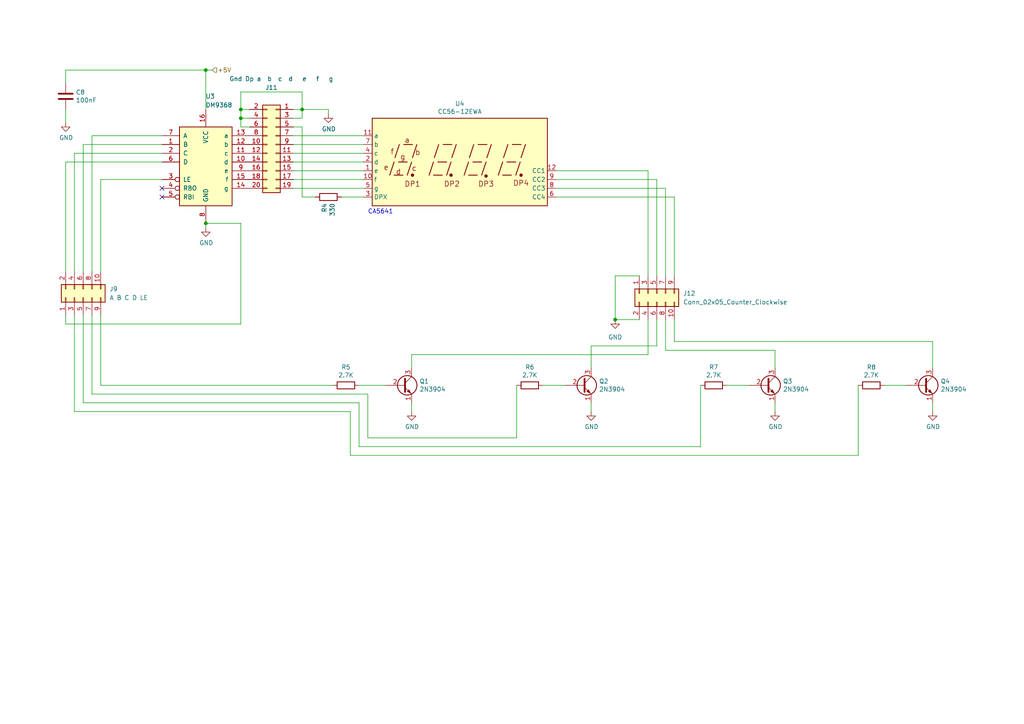
<source format=kicad_sch>
(kicad_sch (version 20211123) (generator eeschema)
  (paper "A4")
  (lib_symbols
    (symbol "Connector_Generic:Conn_02x05_Odd_Even" (pin_names (offset 1.016) hide)
      (property "Reference" "J" (at 1.27 7.62 0))
      (property "Value" "Conn_02x05_Odd_Even" (at 1.27 -7.62 0))
      (symbol "Conn_02x05_Odd_Even_1_1"
        (rectangle (start -1.27 -4.953) (end 0 -5.207) (stroke (width 0.1524)))
        (rectangle (start -1.27 -2.413) (end 0 -2.667) (stroke (width 0.1524)))
        (rectangle (start -1.27 0.127) (end 0 -0.127) (stroke (width 0.1524)))
        (rectangle (start -1.27 2.667) (end 0 2.413) (stroke (width 0.1524)))
        (rectangle (start -1.27 5.207) (end 0 4.953) (stroke (width 0.1524)))
        (rectangle (start -1.27 6.35) (end 3.81 -6.35) (stroke (width 0.254)) (fill (type background)))
        (rectangle (start 3.81 -4.953) (end 2.54 -5.207) (stroke (width 0.1524)))
        (rectangle (start 3.81 -2.413) (end 2.54 -2.667) (stroke (width 0.1524)))
        (rectangle (start 3.81 0.127) (end 2.54 -0.127) (stroke (width 0.1524)))
        (rectangle (start 3.81 2.667) (end 2.54 2.413) (stroke (width 0.1524)))
        (rectangle (start 3.81 5.207) (end 2.54 4.953) (stroke (width 0.1524)))
        (pin passive line (at -5.08 5.08 0) (length 3.81) (name "Pin_1") (number "1"))
        (pin passive line (at 7.62 -5.08 180) (length 3.81) (name "Pin_10") (number "10"))
        (pin passive line (at 7.62 5.08 180) (length 3.81) (name "Pin_2") (number "2"))
        (pin passive line (at -5.08 2.54 0) (length 3.81) (name "Pin_3") (number "3"))
        (pin passive line (at 7.62 2.54 180) (length 3.81) (name "Pin_4") (number "4"))
        (pin passive line (at -5.08 0 0) (length 3.81) (name "Pin_5") (number "5"))
        (pin passive line (at 7.62 0 180) (length 3.81) (name "Pin_6") (number "6"))
        (pin passive line (at -5.08 -2.54 0) (length 3.81) (name "Pin_7") (number "7"))
        (pin passive line (at 7.62 -2.54 180) (length 3.81) (name "Pin_8") (number "8"))
        (pin passive line (at -5.08 -5.08 0) (length 3.81) (name "Pin_9") (number "9"))
      )
    )
    (symbol "Connector_Generic:Conn_02x10_Odd_Even" (pin_names (offset 1.016) hide)
      (property "Reference" "J" (at 1.27 12.7 0))
      (property "Value" "Conn_02x10_Odd_Even" (at 1.27 -15.24 0))
      (symbol "Conn_02x10_Odd_Even_1_1"
        (rectangle (start -1.27 -12.573) (end 0 -12.827) (stroke (width 0.1524)))
        (rectangle (start -1.27 -10.033) (end 0 -10.287) (stroke (width 0.1524)))
        (rectangle (start -1.27 -7.493) (end 0 -7.747) (stroke (width 0.1524)))
        (rectangle (start -1.27 -4.953) (end 0 -5.207) (stroke (width 0.1524)))
        (rectangle (start -1.27 -2.413) (end 0 -2.667) (stroke (width 0.1524)))
        (rectangle (start -1.27 0.127) (end 0 -0.127) (stroke (width 0.1524)))
        (rectangle (start -1.27 2.667) (end 0 2.413) (stroke (width 0.1524)))
        (rectangle (start -1.27 5.207) (end 0 4.953) (stroke (width 0.1524)))
        (rectangle (start -1.27 7.747) (end 0 7.493) (stroke (width 0.1524)))
        (rectangle (start -1.27 10.287) (end 0 10.033) (stroke (width 0.1524)))
        (rectangle (start -1.27 11.43) (end 3.81 -13.97) (stroke (width 0.254)) (fill (type background)))
        (rectangle (start 3.81 -12.573) (end 2.54 -12.827) (stroke (width 0.1524)))
        (rectangle (start 3.81 -10.033) (end 2.54 -10.287) (stroke (width 0.1524)))
        (rectangle (start 3.81 -7.493) (end 2.54 -7.747) (stroke (width 0.1524)))
        (rectangle (start 3.81 -4.953) (end 2.54 -5.207) (stroke (width 0.1524)))
        (rectangle (start 3.81 -2.413) (end 2.54 -2.667) (stroke (width 0.1524)))
        (rectangle (start 3.81 0.127) (end 2.54 -0.127) (stroke (width 0.1524)))
        (rectangle (start 3.81 2.667) (end 2.54 2.413) (stroke (width 0.1524)))
        (rectangle (start 3.81 5.207) (end 2.54 4.953) (stroke (width 0.1524)))
        (rectangle (start 3.81 7.747) (end 2.54 7.493) (stroke (width 0.1524)))
        (rectangle (start 3.81 10.287) (end 2.54 10.033) (stroke (width 0.1524)))
        (pin passive line (at -5.08 10.16 0) (length 3.81) (name "Pin_1") (number "1"))
        (pin passive line (at 7.62 0 180) (length 3.81) (name "Pin_10") (number "10"))
        (pin passive line (at -5.08 -2.54 0) (length 3.81) (name "Pin_11") (number "11"))
        (pin passive line (at 7.62 -2.54 180) (length 3.81) (name "Pin_12") (number "12"))
        (pin passive line (at -5.08 -5.08 0) (length 3.81) (name "Pin_13") (number "13"))
        (pin passive line (at 7.62 -5.08 180) (length 3.81) (name "Pin_14") (number "14"))
        (pin passive line (at -5.08 -7.62 0) (length 3.81) (name "Pin_15") (number "15"))
        (pin passive line (at 7.62 -7.62 180) (length 3.81) (name "Pin_16") (number "16"))
        (pin passive line (at -5.08 -10.16 0) (length 3.81) (name "Pin_17") (number "17"))
        (pin passive line (at 7.62 -10.16 180) (length 3.81) (name "Pin_18") (number "18"))
        (pin passive line (at -5.08 -12.7 0) (length 3.81) (name "Pin_19") (number "19"))
        (pin passive line (at 7.62 10.16 180) (length 3.81) (name "Pin_2") (number "2"))
        (pin passive line (at 7.62 -12.7 180) (length 3.81) (name "Pin_20") (number "20"))
        (pin passive line (at -5.08 7.62 0) (length 3.81) (name "Pin_3") (number "3"))
        (pin passive line (at 7.62 7.62 180) (length 3.81) (name "Pin_4") (number "4"))
        (pin passive line (at -5.08 5.08 0) (length 3.81) (name "Pin_5") (number "5"))
        (pin passive line (at 7.62 5.08 180) (length 3.81) (name "Pin_6") (number "6"))
        (pin passive line (at -5.08 2.54 0) (length 3.81) (name "Pin_7") (number "7"))
        (pin passive line (at 7.62 2.54 180) (length 3.81) (name "Pin_8") (number "8"))
        (pin passive line (at -5.08 0 0) (length 3.81) (name "Pin_9") (number "9"))
      )
    )
    (symbol "Device:C" (pin_numbers hide) (pin_names (offset 0.254))
      (property "Reference" "C" (at 0.635 2.54 0))
      (property "Value" "C" (at 0.635 -2.54 0))
      (symbol "C_0_1"
        (polyline (pts (xy -2.032 -0.762) (xy 2.032 -0.762)) (stroke (width 0.508)))
        (polyline (pts (xy -2.032 0.762) (xy 2.032 0.762)) (stroke (width 0.508)))
      )
      (symbol "C_1_1"
        (pin passive line (at 0 3.81 270) (length 2.794) (name "~") (number "1"))
        (pin passive line (at 0 -3.81 90) (length 2.794) (name "~") (number "2"))
      )
    )
    (symbol "Device:R" (pin_numbers hide) (pin_names (offset 0))
      (property "Reference" "R" (at 2.032 0 90))
      (property "Value" "R" (at 0 0 90))
      (symbol "R_0_1"
        (rectangle (start -1.016 -2.54) (end 1.016 2.54) (stroke (width 0.254)))
      )
      (symbol "R_1_1"
        (pin passive line (at 0 3.81 270) (length 1.27) (name "~") (number "1"))
        (pin passive line (at 0 -3.81 90) (length 1.27) (name "~") (number "2"))
      )
    )
    (symbol "Display_Character:CC56-12EWA"
      (property "Reference" "U" (at -24.13 13.97 0))
      (property "Value" "CC56-12EWA" (at 19.05 13.97 0))
      (symbol "CC56-12EWA_0_0"
        (rectangle (start -25.4 12.7) (end 25.4 -12.7) (stroke (width 0.254)) (fill (type background)))
        (polyline (pts (xy -20.32 -3.81) (xy -19.05 0)) (stroke (width 0.254)))
        (polyline (pts (xy -19.05 -3.81) (xy -16.51 -3.81)) (stroke (width 0.254)))
        (polyline (pts (xy -18.796 1.27) (xy -17.526 5.08)) (stroke (width 0.254)))
        (polyline (pts (xy -17.78 0) (xy -15.24 0)) (stroke (width 0.254)))
        (polyline (pts (xy -16.256 5.08) (xy -13.716 5.08)) (stroke (width 0.254)))
        (polyline (pts (xy -15.24 -3.81) (xy -13.97 0)) (stroke (width 0.254)))
        (polyline (pts (xy -13.716 1.27) (xy -12.446 5.08)) (stroke (width 0.254)))
        (polyline (pts (xy -8.89 -3.81) (xy -7.62 0)) (stroke (width 0.254)))
        (polyline (pts (xy -7.62 -3.81) (xy -5.08 -3.81)) (stroke (width 0.254)))
        (polyline (pts (xy -7.366 1.27) (xy -6.096 5.08)) (stroke (width 0.254)))
        (polyline (pts (xy -6.35 0) (xy -3.81 0)) (stroke (width 0.254)))
        (polyline (pts (xy -4.826 5.08) (xy -2.286 5.08)) (stroke (width 0.254)))
        (polyline (pts (xy -3.81 -3.81) (xy -2.54 0)) (stroke (width 0.254)))
        (polyline (pts (xy -2.286 1.27) (xy -1.016 5.08)) (stroke (width 0.254)))
        (polyline (pts (xy 1.27 -3.81) (xy 2.54 0)) (stroke (width 0.254)))
        (polyline (pts (xy 2.54 -3.81) (xy 5.08 -3.81)) (stroke (width 0.254)))
        (polyline (pts (xy 2.794 1.27) (xy 4.064 5.08)) (stroke (width 0.254)))
        (polyline (pts (xy 3.81 0) (xy 6.35 0)) (stroke (width 0.254)))
        (polyline (pts (xy 5.334 5.08) (xy 7.874 5.08)) (stroke (width 0.254)))
        (polyline (pts (xy 6.35 -3.81) (xy 7.62 0)) (stroke (width 0.254)))
        (polyline (pts (xy 7.874 1.27) (xy 9.144 5.08)) (stroke (width 0.254)))
        (polyline (pts (xy 11.176 -3.81) (xy 12.446 0)) (stroke (width 0.254)))
        (polyline (pts (xy 12.446 -3.81) (xy 14.986 -3.81)) (stroke (width 0.254)))
        (polyline (pts (xy 12.7 1.27) (xy 13.97 5.08)) (stroke (width 0.254)))
        (polyline (pts (xy 13.716 0) (xy 16.256 0)) (stroke (width 0.254)))
        (polyline (pts (xy 15.24 5.08) (xy 17.78 5.08)) (stroke (width 0.254)))
        (polyline (pts (xy 16.256 -3.81) (xy 17.526 0)) (stroke (width 0.254)))
        (polyline (pts (xy 17.78 1.27) (xy 19.05 5.08)) (stroke (width 0.254)))
        (text "a" (at -15.24 6.35 0) (effects (font (size 1.524 1.524))))
        (text "b" (at -12.192 2.794 0) (effects (font (size 1.524 1.524))))
        (text "c" (at -13.208 -1.778 0) (effects (font (size 1.524 1.524))))
        (text "d" (at -17.78 -2.794 0) (effects (font (size 1.524 1.524))))
        (text "DP1" (at -13.716 -6.35 0) (effects (font (size 1.524 1.524))))
        (text "DP2" (at -2.286 -6.35 0) (effects (font (size 1.524 1.524))))
        (text "DP3" (at 7.62 -6.35 0) (effects (font (size 1.524 1.524))))
        (text "DP4" (at 17.78 -6.096 0) (effects (font (size 1.524 1.524))))
        (text "e" (at -21.336 -1.524 0) (effects (font (size 1.524 1.524))))
        (text "f" (at -19.558 3.048 0) (effects (font (size 1.524 1.524))))
        (text "g" (at -16.51 1.524 0) (effects (font (size 1.524 1.524))))
      )
      (symbol "CC56-12EWA_0_1"
        (circle (center -13.716 -3.81) (radius 0.3556) (stroke (width 0.254)) (fill (type outline)))
        (circle (center -2.54 -3.81) (radius 0.3556) (stroke (width 0.254)) (fill (type outline)))
      )
      (symbol "CC56-12EWA_1_0"
        (circle (center 7.62 -4.064) (radius 0.3556) (stroke (width 0.254)) (fill (type outline)))
        (circle (center 17.78 -3.81) (radius 0.3556) (stroke (width 0.254)) (fill (type outline)))
      )
      (symbol "CC56-12EWA_1_1"
        (pin input line (at -27.94 -2.54 0) (length 2.54) (name "e") (number "1"))
        (pin input line (at -27.94 -5.08 0) (length 2.54) (name "f") (number "10"))
        (pin input line (at -27.94 7.62 0) (length 2.54) (name "a") (number "11"))
        (pin input line (at 27.94 -2.54 180) (length 2.54) (name "CC1") (number "12"))
        (pin input line (at -27.94 0 0) (length 2.54) (name "d") (number "2"))
        (pin input line (at -27.94 -10.16 0) (length 2.54) (name "DPX") (number "3"))
        (pin input line (at -27.94 2.54 0) (length 2.54) (name "c") (number "4"))
        (pin input line (at -27.94 -7.62 0) (length 2.54) (name "g") (number "5"))
        (pin input line (at 27.94 -10.16 180) (length 2.54) (name "CC4") (number "6"))
        (pin input line (at -27.94 5.08 0) (length 2.54) (name "b") (number "7"))
        (pin input line (at 27.94 -7.62 180) (length 2.54) (name "CC3") (number "8"))
        (pin input line (at 27.94 -5.08 180) (length 2.54) (name "CC2") (number "9"))
      )
    )
    (symbol "New_Library:DM9368" (pin_names (offset 1.016))
      (property "Reference" "U" (at -7.62 11.43 0))
      (property "Value" "DM9368" (at -7.62 -13.97 0))
      (symbol "DM9368_1_0"
        (pin input line (at -12.7 5.08 0) (length 5.08) (name "B") (number "1"))
        (pin output line (at 12.7 0 180) (length 5.08) (name "d") (number "10"))
        (pin output line (at 12.7 2.54 180) (length 5.08) (name "c") (number "11"))
        (pin output line (at 12.7 5.08 180) (length 5.08) (name "b") (number "12"))
        (pin output line (at 12.7 7.62 180) (length 5.08) (name "a") (number "13"))
        (pin output line (at 12.7 -7.62 180) (length 5.08) (name "g") (number "14"))
        (pin output line (at 12.7 -5.08 180) (length 5.08) (name "f") (number "15"))
        (pin power_in line (at 0 15.24 270) (length 5.08) (name "VCC") (number "16"))
        (pin input line (at -12.7 2.54 0) (length 5.08) (name "C") (number "2"))
        (pin input inverted (at -12.7 -5.08 0) (length 5.08) (name "LE") (number "3"))
        (pin output inverted (at -12.7 -7.62 0) (length 5.08) (name "RBO") (number "4"))
        (pin input inverted (at -12.7 -10.16 0) (length 5.08) (name "RBI") (number "5"))
        (pin input line (at -12.7 0 0) (length 5.08) (name "D") (number "6"))
        (pin input line (at -12.7 7.62 0) (length 5.08) (name "A") (number "7"))
        (pin power_in line (at 0 -17.78 90) (length 5.08) (name "GND") (number "8"))
        (pin output line (at 12.7 -2.54 180) (length 5.08) (name "e") (number "9"))
      )
      (symbol "DM9368_1_1"
        (rectangle (start -7.62 10.16) (end 7.62 -12.7) (stroke (width 0.254)) (fill (type background)))
      )
    )
    (symbol "Transistor_BJT:2N3904" (pin_names (offset 0) hide)
      (property "Reference" "Q" (at 5.08 1.905 0))
      (property "Value" "2N3904" (at 5.08 0 0))
      (symbol "2N3904_0_1"
        (polyline (pts (xy 0.635 0.635) (xy 2.54 2.54)))
        (polyline (pts (xy 0.635 -0.635) (xy 2.54 -2.54) (xy 2.54 -2.54)))
        (polyline (pts (xy 0.635 1.905) (xy 0.635 -1.905) (xy 0.635 -1.905)) (stroke (width 0.508)))
        (polyline (pts (xy 1.27 -1.778) (xy 1.778 -1.27) (xy 2.286 -2.286) (xy 1.27 -1.778) (xy 1.27 -1.778)) (fill (type outline)))
        (circle (center 1.27 0) (radius 2.8194) (stroke (width 0.254)))
      )
      (symbol "2N3904_1_1"
        (pin passive line (at 2.54 -5.08 90) (length 2.54) (name "E") (number "1"))
        (pin passive line (at -5.08 0 0) (length 5.715) (name "B") (number "2"))
        (pin passive line (at 2.54 5.08 270) (length 2.54) (name "C") (number "3"))
      )
    )
    (symbol "power:GND" (power) (pin_names (offset 0))
      (property "Value" "GND" (at 0 -3.81 0))
      (symbol "GND_0_1"
        (polyline (pts (xy 0 0) (xy 0 -1.27) (xy 1.27 -1.27) (xy 0 -2.54) (xy -1.27 -1.27) (xy 0 -1.27)))
      )
      (symbol "GND_1_1"
        (pin power_in line (at 0 0 270) (length 0) hide (name "GND") (number "1"))
      )
    )
  )
  (junction (at 69.85 31.75))
  (junction (at 69.85 34.29))
  (junction (at 87.63 31.75))
  (junction (at 59.69 20.32))
  (junction (at 59.69 64.77))
  (junction (at 178.435 92.71))
  (no_connect (at 46.99 54.61))
  (no_connect (at 46.99 57.15))
  (wire (pts (xy 106.68 127) (xy 106.68 114.3)))
  (wire (pts (xy 224.79 119.38) (xy 224.79 116.84)))
  (wire (pts (xy 21.59 119.38) (xy 101.6 119.38)))
  (wire (pts (xy 161.29 54.61) (xy 193.04 54.61)))
  (wire (pts (xy 87.63 34.29) (xy 87.63 31.75)))
  (wire (pts (xy 190.5 80.01) (xy 190.5 52.07)))
  (wire (pts (xy 105.41 52.07) (xy 85.09 52.07)))
  (wire (pts (xy 270.51 116.84) (xy 270.51 119.38)))
  (wire (pts (xy 193.04 54.61) (xy 193.04 80.01)))
  (wire (pts (xy 87.63 31.75) (xy 87.63 26.67)))
  (wire (pts (xy 85.09 34.29) (xy 87.63 34.29)))
  (wire (pts (xy 24.13 116.84) (xy 24.13 91.44)))
  (wire (pts (xy 95.25 31.75) (xy 87.63 31.75)))
  (wire (pts (xy 171.45 119.38) (xy 171.45 116.84)))
  (wire (pts (xy 69.85 31.75) (xy 72.39 31.75)))
  (wire (pts (xy 59.69 66.04) (xy 59.69 64.77)))
  (wire (pts (xy 69.85 34.29) (xy 69.85 36.83)))
  (wire (pts (xy 87.63 36.83) (xy 87.63 57.15)))
  (wire (pts (xy 69.85 34.29) (xy 72.39 34.29)))
  (wire (pts (xy 149.86 111.76) (xy 149.86 127)))
  (wire (pts (xy 105.41 44.45) (xy 85.09 44.45)))
  (wire (pts (xy 187.96 102.87) (xy 187.96 92.71)))
  (wire (pts (xy 95.25 33.02) (xy 95.25 31.75)))
  (wire (pts (xy 248.92 132.08) (xy 101.6 132.08)))
  (wire (pts (xy 105.41 49.53) (xy 85.09 49.53)))
  (wire (pts (xy 195.58 92.71) (xy 195.58 99.06)))
  (wire (pts (xy 161.29 52.07) (xy 190.5 52.07)))
  (wire (pts (xy 59.69 20.32) (xy 59.69 31.75)))
  (wire (pts (xy 21.59 119.38) (xy 21.59 91.44)))
  (wire (pts (xy 46.99 41.91) (xy 24.13 41.91)))
  (wire (pts (xy 171.45 100.33) (xy 171.45 106.68)))
  (wire (pts (xy 59.69 64.77) (xy 69.85 64.77)))
  (wire (pts (xy 171.45 100.33) (xy 190.5 100.33)))
  (wire (pts (xy 105.41 46.99) (xy 85.09 46.99)))
  (wire (pts (xy 163.83 111.76) (xy 157.48 111.76)))
  (wire (pts (xy 101.6 132.08) (xy 101.6 119.38)))
  (wire (pts (xy 19.05 46.99) (xy 19.05 78.74)))
  (wire (pts (xy 105.41 39.37) (xy 85.09 39.37)))
  (wire (pts (xy 46.99 46.99) (xy 19.05 46.99)))
  (wire (pts (xy 26.67 39.37) (xy 26.67 78.74)))
  (wire (pts (xy 104.14 129.54) (xy 104.14 116.84)))
  (wire (pts (xy 46.99 44.45) (xy 21.59 44.45)))
  (wire (pts (xy 46.99 52.07) (xy 29.21 52.07)))
  (wire (pts (xy 105.41 54.61) (xy 85.09 54.61)))
  (wire (pts (xy 29.21 111.76) (xy 96.52 111.76)))
  (wire (pts (xy 149.86 127) (xy 106.68 127)))
  (wire (pts (xy 26.67 114.3) (xy 26.67 91.44)))
  (wire (pts (xy 26.67 114.3) (xy 106.68 114.3)))
  (wire (pts (xy 119.38 119.38) (xy 119.38 116.84)))
  (wire (pts (xy 178.435 92.71) (xy 185.42 92.71)))
  (wire (pts (xy 85.09 36.83) (xy 87.63 36.83)))
  (wire (pts (xy 21.59 44.45) (xy 21.59 78.74)))
  (wire (pts (xy 69.85 36.83) (xy 72.39 36.83)))
  (wire (pts (xy 87.63 57.15) (xy 91.44 57.15)))
  (wire (pts (xy 59.69 20.32) (xy 61.595 20.32)))
  (wire (pts (xy 19.05 20.32) (xy 19.05 24.13)))
  (wire (pts (xy 69.85 93.98) (xy 69.85 64.77)))
  (wire (pts (xy 19.05 20.32) (xy 59.69 20.32)))
  (wire (pts (xy 185.42 80.01) (xy 178.435 80.01)))
  (wire (pts (xy 46.99 39.37) (xy 26.67 39.37)))
  (wire (pts (xy 203.2 129.54) (xy 104.14 129.54)))
  (wire (pts (xy 161.29 57.15) (xy 195.58 57.15)))
  (wire (pts (xy 203.2 111.76) (xy 203.2 129.54)))
  (wire (pts (xy 224.79 101.6) (xy 224.79 106.68)))
  (wire (pts (xy 248.92 111.76) (xy 248.92 132.08)))
  (wire (pts (xy 24.13 41.91) (xy 24.13 78.74)))
  (wire (pts (xy 195.58 57.15) (xy 195.58 80.01)))
  (wire (pts (xy 105.41 41.91) (xy 85.09 41.91)))
  (wire (pts (xy 69.85 31.75) (xy 69.85 34.29)))
  (wire (pts (xy 178.435 80.01) (xy 178.435 92.71)))
  (wire (pts (xy 193.04 101.6) (xy 193.04 92.71)))
  (wire (pts (xy 19.05 31.75) (xy 19.05 35.56)))
  (wire (pts (xy 187.96 80.01) (xy 187.96 49.53)))
  (wire (pts (xy 190.5 92.71) (xy 190.5 100.33)))
  (wire (pts (xy 29.21 52.07) (xy 29.21 78.74)))
  (wire (pts (xy 217.17 111.76) (xy 210.82 111.76)))
  (wire (pts (xy 85.09 31.75) (xy 87.63 31.75)))
  (wire (pts (xy 111.76 111.76) (xy 104.14 111.76)))
  (wire (pts (xy 195.58 99.06) (xy 270.51 99.06)))
  (wire (pts (xy 29.21 91.44) (xy 29.21 111.76)))
  (wire (pts (xy 99.06 57.15) (xy 105.41 57.15)))
  (wire (pts (xy 119.38 102.87) (xy 119.38 106.68)))
  (wire (pts (xy 119.38 102.87) (xy 187.96 102.87)))
  (wire (pts (xy 161.29 49.53) (xy 187.96 49.53)))
  (wire (pts (xy 19.05 93.98) (xy 69.85 93.98)))
  (wire (pts (xy 24.13 116.84) (xy 104.14 116.84)))
  (wire (pts (xy 270.51 99.06) (xy 270.51 106.68)))
  (wire (pts (xy 19.05 91.44) (xy 19.05 93.98)))
  (wire (pts (xy 262.89 111.76) (xy 256.54 111.76)))
  (wire (pts (xy 224.79 101.6) (xy 193.04 101.6)))
  (wire (pts (xy 87.63 26.67) (xy 69.85 26.67)))
  (wire (pts (xy 69.85 26.67) (xy 69.85 31.75)))
  (text "CA5641" (at 106.68 62.23 0) (effects (font (size 1.27 1.27)) (justify left bottom)))
  (hierarchical_label "+5V" (shape input) (at 61.595 20.32 0))
  (symbol (lib_id "power:GND") (at 119.38 119.38 0) (unit 1)
    (property "Reference" "#PWR010" (effects hide))
    (property "Value" "GND" (at 119.507 123.7742 0))
  )
  (symbol (lib_id "Device:R") (at 252.73 111.76 270) (unit 1)
    (property "Reference" "R8" (at 252.73 106.5022 90))
    (property "Value" "2.7K" (at 252.73 108.8136 90))
    (property "Footprint" "Resistor_THT:R_Axial_DIN0207_L6.3mm_D2.5mm_P10.16mm_Horizontal" (effects hide))
  )
  (symbol (lib_id "Connector_Generic:Conn_02x05_Odd_Even") (at 190.5 85.09 90) (mirror x) (unit 1)
    (property "Reference" "J12" (at 198.12 85.0899 90) (effects (justify right)))
    (property "Value" "Conn_02x05_Counter_Clockwise" (at 198.12 87.6299 90) (effects (justify right)))
    (property "Footprint" "Connector_PinSocket_2.54mm:PinSocket_2x05_P2.54mm_Vertical" (effects hide))
  )
  (symbol (lib_id "Display_Character:CC56-12EWA") (at 133.35 46.99 0) (unit 1)
    (property "Reference" "U4" (at 133.35 30.0482 0))
    (property "Value" "CC56-12EWA" (at 133.35 32.3596 0))
    (property "Footprint" "Display_7Segment:CA56-12EWA" (effects hide))
    (property "Datasheet" "http://www.kingbrightusa.com/images/catalog/SPEC/CA56-12EWA.pdf" (effects hide))
  )
  (symbol (lib_id "power:GND") (at 19.05 35.56 0) (unit 1)
    (property "Reference" "#PWR09" (effects hide))
    (property "Value" "GND" (at 19.177 39.9542 0))
  )
  (symbol (lib_id "Connector_Generic:Conn_02x05_Odd_Even") (at 24.13 86.36 90) (unit 1)
    (property "Reference" "J9" (at 31.75 83.8199 90) (effects (justify right)))
    (property "Value" "A B C D LE" (at 31.75 86.36 90) (effects (justify right)))
    (property "Footprint" "Connector_PinSocket_2.54mm:PinSocket_2x05_P2.54mm_Vertical" (effects hide))
  )
  (symbol (lib_id "power:GND") (at 59.69 66.04 0) (unit 1)
    (property "Reference" "#PWR07" (effects hide))
    (property "Value" "GND" (at 59.817 70.4342 0))
  )
  (symbol (lib_id "Device:C") (at 19.05 27.94 0) (unit 1)
    (property "Reference" "C8" (at 21.971 26.7716 0) (effects (justify left)))
    (property "Value" "100nF" (at 21.971 29.083 0) (effects (justify left)))
    (property "Footprint" "Capacitor_THT:C_Disc_D7.5mm_W2.5mm_P5.00mm" (effects hide))
  )
  (symbol (lib_id "power:GND") (at 270.51 119.38 0) (unit 1)
    (property "Reference" "#PWR013" (effects hide))
    (property "Value" "GND" (at 270.637 123.7742 0))
  )
  (symbol (lib_id "Connector_Generic:Conn_02x10_Odd_Even") (at 80.01 41.91 0) (mirror y) (unit 1)
    (property "Reference" "J11" (at 78.74 25.4 0))
    (property "Value" "Gnd Dp a  b  c  d   e   f   g  " (at 82.55 22.86 0))
    (property "Footprint" "Connector_PinSocket_2.54mm:PinSocket_2x10_P2.54mm_Vertical" (effects hide))
  )
  (symbol (lib_id "power:GND") (at 178.435 92.71 0) (unit 1)
    (property "Reference" "#PWR016" (effects hide))
    (property "Value" "GND" (at 178.435 97.79 0))
  )
  (symbol (lib_id "Transistor_BJT:2N3904") (at 168.91 111.76 0) (unit 1)
    (property "Reference" "Q2" (at 173.736 110.5916 0) (effects (justify left)))
    (property "Value" "2N3904" (at 173.736 112.903 0) (effects (justify left)))
    (property "Footprint" "Package_TO_SOT_THT:TO-92_Inline" (effects hide))
    (property "Datasheet" "https://www.onsemi.com/pub/Collateral/2N3903-D.PDF" (effects hide))
  )
  (symbol (lib_id "Transistor_BJT:2N3904") (at 267.97 111.76 0) (unit 1)
    (property "Reference" "Q4" (at 272.796 110.5916 0) (effects (justify left)))
    (property "Value" "2N3904" (at 272.796 112.903 0) (effects (justify left)))
    (property "Footprint" "Package_TO_SOT_THT:TO-92_Inline" (effects hide))
    (property "Datasheet" "https://www.onsemi.com/pub/Collateral/2N3903-D.PDF" (effects hide))
  )
  (symbol (lib_id "Device:R") (at 95.25 57.15 90) (mirror x) (unit 1)
    (property "Reference" "R4" (at 94.0816 58.928 0) (effects (justify left)))
    (property "Value" "330" (at 96.393 58.928 0) (effects (justify left)))
    (property "Footprint" "Resistor_THT:R_Axial_DIN0207_L6.3mm_D2.5mm_P10.16mm_Horizontal" (effects hide))
  )
  (symbol (lib_id "power:GND") (at 95.25 33.02 0) (unit 1)
    (property "Reference" "#PWR0103" (effects hide))
    (property "Value" "GND" (at 95.377 37.4142 0))
  )
  (symbol (lib_id "Device:R") (at 207.01 111.76 270) (unit 1)
    (property "Reference" "R7" (at 207.01 106.5022 90))
    (property "Value" "2.7K" (at 207.01 108.8136 90))
    (property "Footprint" "Resistor_THT:R_Axial_DIN0207_L6.3mm_D2.5mm_P10.16mm_Horizontal" (effects hide))
  )
  (symbol (lib_id "Device:R") (at 153.67 111.76 270) (unit 1)
    (property "Reference" "R6" (at 153.67 106.5022 90))
    (property "Value" "2.7K" (at 153.67 108.8136 90))
    (property "Footprint" "Resistor_THT:R_Axial_DIN0207_L6.3mm_D2.5mm_P10.16mm_Horizontal" (effects hide))
  )
  (symbol (lib_id "Device:R") (at 100.33 111.76 270) (unit 1)
    (property "Reference" "R5" (at 100.33 106.5022 90))
    (property "Value" "2.7K" (at 100.33 108.8136 90))
    (property "Footprint" "Resistor_THT:R_Axial_DIN0207_L6.3mm_D2.5mm_P10.16mm_Horizontal" (effects hide))
  )
  (symbol (lib_id "Transistor_BJT:2N3904") (at 116.84 111.76 0) (unit 1)
    (property "Reference" "Q1" (at 121.666 110.5916 0) (effects (justify left)))
    (property "Value" "2N3904" (at 121.666 112.903 0) (effects (justify left)))
    (property "Footprint" "Package_TO_SOT_THT:TO-92_Inline" (effects hide))
    (property "Datasheet" "https://www.onsemi.com/pub/Collateral/2N3903-D.PDF" (effects hide))
  )
  (symbol (lib_id "power:GND") (at 171.45 119.38 0) (unit 1)
    (property "Reference" "#PWR011" (effects hide))
    (property "Value" "GND" (at 171.577 123.7742 0))
  )
  (symbol (lib_id "Transistor_BJT:2N3904") (at 222.25 111.76 0) (unit 1)
    (property "Reference" "Q3" (at 227.076 110.5916 0) (effects (justify left)))
    (property "Value" "2N3904" (at 227.076 112.903 0) (effects (justify left)))
    (property "Footprint" "Package_TO_SOT_THT:TO-92_Inline" (effects hide))
    (property "Datasheet" "https://www.onsemi.com/pub/Collateral/2N3903-D.PDF" (effects hide))
  )
  (symbol (lib_id "New_Library:DM9368") (at 59.69 46.99 0) (unit 1)
    (property "Reference" "U3" (at 60.96 27.94 0))
    (property "Value" "DM9368" (at 63.5 30.48 0))
    (property "Footprint" "Package_DIP:DIP-16_W7.62mm_LongPads" (effects hide))
    (property "Datasheet" "http://www.ti.com/lit/gpn/sn74LS48" (effects hide))
  )
  (symbol (lib_id "power:GND") (at 224.79 119.38 0) (unit 1)
    (property "Reference" "#PWR012" (effects hide))
    (property "Value" "GND" (at 224.917 123.7742 0))
  )
)
</source>
